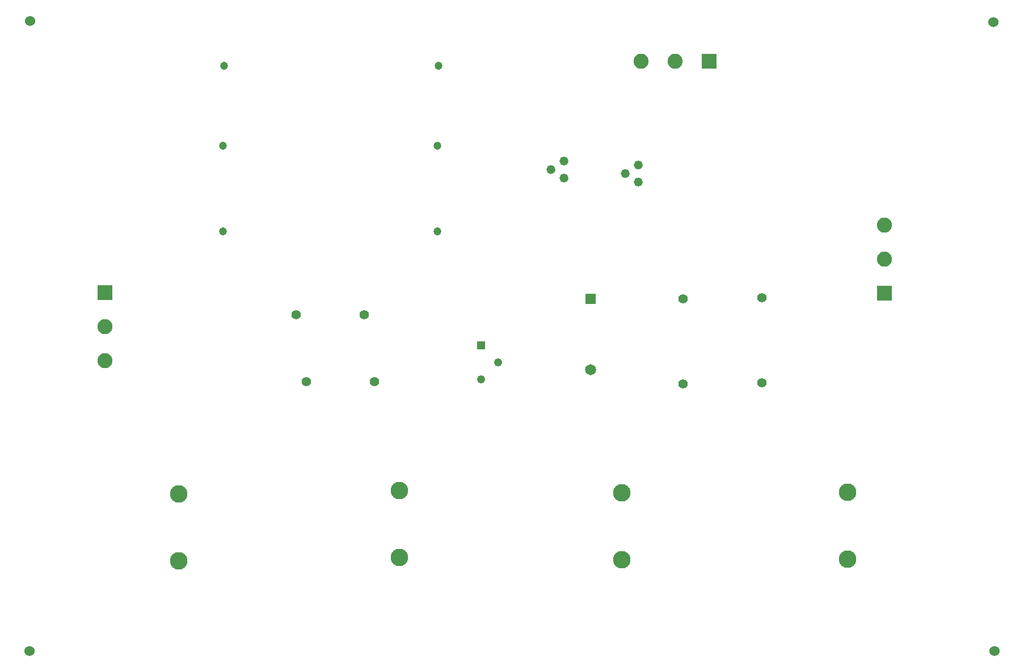
<source format=gtl>
G04*
G04 #@! TF.GenerationSoftware,Altium Limited,Altium Designer,22.3.1 (43)*
G04*
G04 Layer_Physical_Order=1*
G04 Layer_Color=255*
%FSLAX25Y25*%
%MOIN*%
G70*
G04*
G04 #@! TF.SameCoordinates,EC9277C9-050F-4012-A3D3-CC2B3E04D0D2*
G04*
G04*
G04 #@! TF.FilePolarity,Positive*
G04*
G01*
G75*
%ADD21C,0.10300*%
%ADD24C,0.06000*%
%ADD27C,0.04724*%
%ADD28C,0.08858*%
%ADD29R,0.08858X0.08858*%
%ADD30R,0.04811X0.04811*%
%ADD31C,0.04811*%
%ADD32C,0.05512*%
%ADD33R,0.06496X0.06496*%
%ADD34C,0.06496*%
%ADD35C,0.05200*%
%ADD36R,0.08858X0.08858*%
D21*
X229331Y66732D02*
D03*
Y106102D02*
D03*
X99606Y64961D02*
D03*
Y104331D02*
D03*
X492500Y65900D02*
D03*
Y105270D02*
D03*
X360000Y65400D02*
D03*
Y104770D02*
D03*
D24*
X12200Y382100D02*
D03*
X11900Y12000D02*
D03*
X578839Y11909D02*
D03*
X578248Y381594D02*
D03*
D27*
X251600Y308900D02*
D03*
X125616D02*
D03*
X252084Y355800D02*
D03*
X126100D02*
D03*
X251600Y258500D02*
D03*
X125616D02*
D03*
D28*
X56311Y182500D02*
D03*
Y202500D02*
D03*
X514200Y262200D02*
D03*
Y242200D02*
D03*
X371200Y358489D02*
D03*
X391200D02*
D03*
D29*
X56311Y222500D02*
D03*
X514200Y222200D02*
D03*
D30*
X277300Y191400D02*
D03*
D31*
X287300Y181400D02*
D03*
X277300Y171400D02*
D03*
D32*
X174700Y170300D02*
D03*
X214700D02*
D03*
X395800Y219000D02*
D03*
Y169000D02*
D03*
X442100Y219500D02*
D03*
Y169500D02*
D03*
X208600Y209600D02*
D03*
X168600D02*
D03*
D33*
X341500Y218866D02*
D03*
D34*
Y177134D02*
D03*
D35*
X325800Y299800D02*
D03*
X318300Y294800D02*
D03*
X325800Y289800D02*
D03*
X369500Y297400D02*
D03*
X362000Y292400D02*
D03*
X369500Y287400D02*
D03*
D36*
X411200Y358489D02*
D03*
M02*

</source>
